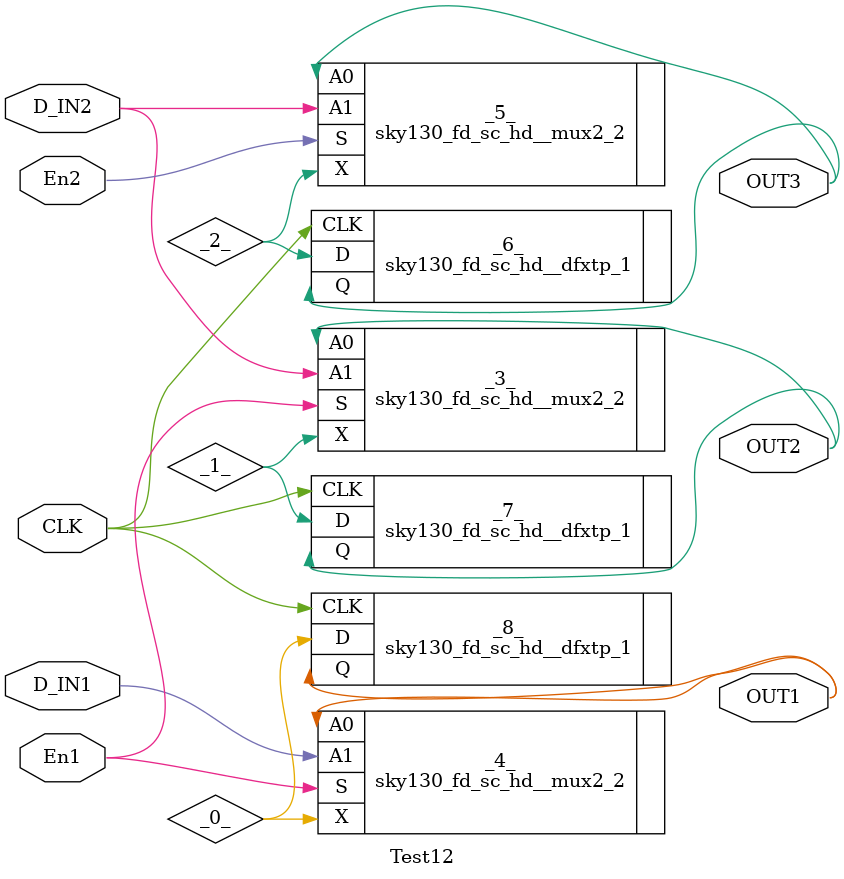
<source format=v>
/* Generated by Yosys 0.7 (git sha1 61f6811, gcc 6.2.0-11ubuntu1 -O2 -fdebug-prefix-map=/build/yosys-OIL3SR/yosys-0.7=. -fstack-protector-strong -fPIC -Os) */

module Test12(CLK, En1, En2, D_IN1, D_IN2, OUT1, OUT2, OUT3);
  wire _0_;
  wire _1_;
  wire _2_;
  input CLK;
  input D_IN1;
  input D_IN2;
  input En1;
  input En2;
  output OUT1;
  output OUT2;
  output OUT3;
  sky130_fd_sc_hd__mux2_2 _3_ (
    .A0(OUT2),
    .A1(D_IN2),
    .S(En1),
    .X(_1_)
  );
  sky130_fd_sc_hd__mux2_2 _4_ (
    .A0(OUT1),
    .A1(D_IN1),
    .S(En1),
    .X(_0_)
  );
  sky130_fd_sc_hd__mux2_2 _5_ (
    .A0(OUT3),
    .A1(D_IN2),
    .S(En2),
    .X(_2_)
  );
  sky130_fd_sc_hd__dfxtp_1 _6_ (
    .CLK(CLK),
    .D(_2_),
    .Q(OUT3)
  );
  sky130_fd_sc_hd__dfxtp_1 _7_ (
    .CLK(CLK),
    .D(_1_),
    .Q(OUT2)
  );
  sky130_fd_sc_hd__dfxtp_1 _8_ (
    .CLK(CLK),
    .D(_0_),
    .Q(OUT1)
  );
endmodule

</source>
